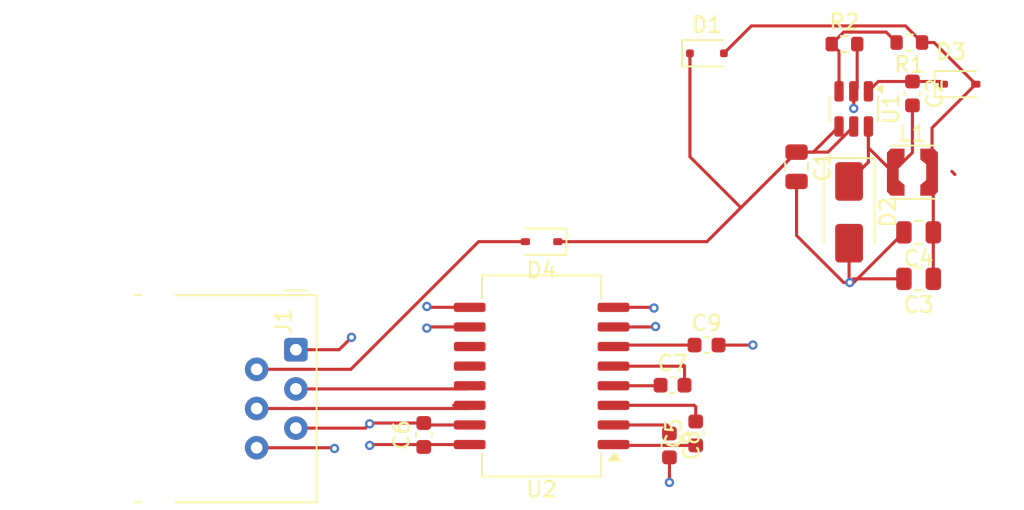
<source format=kicad_pcb>
(kicad_pcb (version 20240108) (generator "pcbnew") (generator_version "8.0")
  (layers (0 "F.Cu" signal) (31 "B.Cu" signal) (34 "B.Paste" user) (35 "F.Paste" user) (36 "B.SilkS" user "B.Silkscreen") (37 "F.SilkS" user "F.Silkscreen") (38 "B.Mask" user) (39 "F.Mask" user) (44 "Edge.Cuts" user))
  (net 0 "")
  (net 1 "GND")
  (net 2 "+V")
  (net 3 "Net-(D2-K)")
  (net 4 "Net-(D3-K)")
  (net 5 "+3V3")
  (net 6 "Net-(U1-Vfb)")
  (net 7 "Net-(U2-C1-)")
  (net 8 "Net-(U2-C1+)")
  (net 9 "+3.3V")
  (net 10 "Net-(U2-C2+)")
  (net 11 "Net-(U2-C2-)")
  (net 12 "Net-(U2-VS+)")
  (net 13 "Net-(U2-VS-)")
  (net 14 "Net-(D4-A)")
  (net 15 "Net-(U2-T1OUT)")
  (net 16 "Net-(U2-R1IN)")
  (net 17 "BOOT0")
  (net 18 "RST")
  (net 19 "RDR_RXD")
  (net 20 "RDR_TXD {slash} SWDID")
  (footprint "Capacitor_SMD:C_0603_1608Metric" (layer "F.Cu") (at 116.275 87.3 -90)
    (property "Reference" "C8" (at 0 -1.43 90) (layer "F.SilkS"))
    (property "Value" "0.1 µF")
    (fp_line (start -0.14058 0.51) (end 0.14058 0.51) (stroke (width 0.12)) (layer "F.SilkS"))
    (fp_line (start -0.14058 -0.51) (end 0.14058 -0.51) (stroke (width 0.12)) (layer "F.SilkS"))
    (pad "1" smd roundrect (at -0.775 0 270) (size 0.9 0.95) (layers "F.Cu" "F.Paste" "F.Mask") (net 12 "Net-(U2-VS+)"))
    (pad "2" smd roundrect (at 0.775 0 270) (size 0.9 0.95) (layers "F.Cu" "F.Paste" "F.Mask") (net 1 "GND"))
  )
  (footprint "Package_SO:SOIC-16W_7.5x12.8mm_P1.27mm" (layer "F.Cu") (at 108 82.8 180)
    (property "Reference" "U2" (at 0 -7.35 180) (layer "F.SilkS"))
    (property "Value" "MAX3232")
    (fp_line (start 3.86 6.51) (end 3.86 5.005) (stroke (width 0.12)) (layer "F.SilkS"))
    (fp_line (start 3.86 -6.51) (end 3.86 -5.005) (stroke (width 0.12)) (layer "F.SilkS"))
    (fp_line (start 0 6.51) (end 3.86 6.51) (stroke (width 0.12)) (layer "F.SilkS"))
    (fp_line (start 0 6.51) (end -3.86 6.51) (stroke (width 0.12)) (layer "F.SilkS"))
    (fp_line (start 0 -6.51) (end 3.86 -6.51) (stroke (width 0.12)) (layer "F.SilkS"))
    (fp_line (start 0 -6.51) (end -3.86 -6.51) (stroke (width 0.12)) (layer "F.SilkS"))
    (fp_line (start -3.86 6.51) (end -3.86 5.005) (stroke (width 0.12)) (layer "F.SilkS"))
    (fp_line (start -3.86 -6.51) (end -3.86 -5.005) (stroke (width 0.12)) (layer "F.SilkS"))
    (fp_poly (pts (xy -4.7125 -5.005) (xy -5.0525 -5.475) (xy -4.3725 -5.475) (xy -4.7125 -5.005)) (stroke (width 0.12)) (fill solid) (layer "F.SilkS"))
    (pad "1" smd roundrect (at -4.65 -4.445 180) (size 2.05 0.6) (layers "F.Cu" "F.Paste" "F.Mask") (net 8 "Net-(U2-C1+)"))
    (pad "2" smd roundrect (at -4.65 -3.175 180) (size 2.05 0.6) (layers "F.Cu" "F.Paste" "F.Mask") (net 12 "Net-(U2-VS+)"))
    (pad "3" smd roundrect (at -4.65 -1.905 180) (size 2.05 0.6) (layers "F.Cu" "F.Paste" "F.Mask") (net 7 "Net-(U2-C1-)"))
    (pad "4" smd roundrect (at -4.65 -0.635 180) (size 2.05 0.6) (layers "F.Cu" "F.Paste" "F.Mask") (net 10 "Net-(U2-C2+)"))
    (pad "5" smd roundrect (at -4.65 0.635 180) (size 2.05 0.6) (layers "F.Cu" "F.Paste" "F.Mask") (net 11 "Net-(U2-C2-)"))
    (pad "6" smd roundrect (at -4.65 1.905 180) (size 2.05 0.6) (layers "F.Cu" "F.Paste" "F.Mask") (net 13 "Net-(U2-VS-)"))
    (pad "7" smd roundrect (at -4.65 3.175 180) (size 2.05 0.6) (layers "F.Cu" "F.Paste" "F.Mask") (net 1 "GND"))
    (pad "8" smd roundrect (at -4.65 4.445 180) (size 2.05 0.6) (layers "F.Cu" "F.Paste" "F.Mask") (net 1 "GND"))
    (pad "9" smd roundrect (at 4.65 4.445 180) (size 2.05 0.6) (layers "F.Cu" "F.Paste" "F.Mask") (net 1 "GND"))
    (pad "10" smd roundrect (at 4.65 3.175 180) (size 2.05 0.6) (layers "F.Cu" "F.Paste" "F.Mask") (net 1 "GND"))
    (pad "11" smd roundrect (at 4.65 1.905 180) (size 2.05 0.6) (layers "F.Cu" "F.Paste" "F.Mask") (net 20 "RDR_TXD {slash} SWDID"))
    (pad "12" smd roundrect (at 4.65 0.635 180) (size 2.05 0.6) (layers "F.Cu" "F.Paste" "F.Mask") (net 19 "RDR_RXD"))
    (pad "13" smd roundrect (at 4.65 -0.635 180) (size 2.05 0.6) (layers "F.Cu" "F.Paste" "F.Mask") (net 16 "Net-(U2-R1IN)"))
    (pad "14" smd roundrect (at 4.65 -1.905 180) (size 2.05 0.6) (layers "F.Cu" "F.Paste" "F.Mask") (net 15 "Net-(U2-T1OUT)"))
    (pad "15" smd roundrect (at 4.65 -3.175 180) (size 2.05 0.6) (layers "F.Cu" "F.Paste" "F.Mask") (net 1 "GND"))
    (pad "16" smd roundrect (at 4.65 -4.445 180) (size 2.05 0.6) (layers "F.Cu" "F.Paste" "F.Mask") (net 9 "+3.3V"))
  )
  (footprint "Capacitor_SMD:C_0603_1608Metric" (layer "F.Cu") (at 118.675 80.8)
    (property "Reference" "C9" (at 0 -1.43 0) (layer "F.SilkS"))
    (property "Value" "0.1 µF")
    (fp_line (start -0.14058 -0.51) (end 0.14058 -0.51) (stroke (width 0.12)) (layer "F.SilkS"))
    (fp_line (start -0.14058 0.51) (end 0.14058 0.51) (stroke (width 0.12)) (layer "F.SilkS"))
    (pad "1" smd roundrect (at -0.775 0) (size 0.9 0.95) (layers "F.Cu" "F.Paste" "F.Mask") (net 13 "Net-(U2-VS-)"))
    (pad "2" smd roundrect (at 0.775 0) (size 0.9 0.95) (layers "F.Cu" "F.Paste" "F.Mask") (net 1 "GND"))
  )
  (footprint "Capacitor_SMD:C_0603_1608Metric" (layer "F.Cu") (at 100.375 86.625 90)
    (property "Reference" "C6" (at 0 -1.43 -90) (layer "F.SilkS"))
    (property "Value" "0.1 µF")
    (fp_line (start -0.14058 -0.51) (end 0.14058 -0.51) (stroke (width 0.12)) (layer "F.SilkS"))
    (fp_line (start -0.14058 0.51) (end 0.14058 0.51) (stroke (width 0.12)) (layer "F.SilkS"))
    (pad "1" smd roundrect (at -0.775 0 90) (size 0.9 0.95) (layers "F.Cu" "F.Paste" "F.Mask") (net 9 "+3.3V"))
    (pad "2" smd roundrect (at 0.775 0 90) (size 0.9 0.95) (layers "F.Cu" "F.Paste" "F.Mask") (net 1 "GND"))
  )
  (footprint "Resistor_SMD:R_0603_1608Metric" (layer "F.Cu") (at 131.8 61.2 180)
    (property "Reference" "R1" (at 0 -1.43 180) (layer "F.SilkS"))
    (property "Value" "75 kΩ")
    (fp_line (start -0.237258 0.5225) (end 0.237258 0.5225) (stroke (width 0.12)) (layer "F.SilkS"))
    (fp_line (start -0.237258 -0.5225) (end 0.237258 -0.5225) (stroke (width 0.12)) (layer "F.SilkS"))
    (pad "1" smd roundrect (at -0.825 0 180) (size 0.8 0.95) (layers "F.Cu" "F.Paste" "F.Mask") (net 5 "+3V3"))
    (pad "2" smd roundrect (at 0.825 0 180) (size 0.8 0.95) (layers "F.Cu" "F.Paste" "F.Mask") (net 6 "Net-(U1-Vfb)"))
  )
  (footprint "Capacitor_SMD:C_0603_1608Metric" (layer "F.Cu") (at 117.975 86.525 90)
    (property "Reference" "C5" (at 0 -1.43 -90) (layer "F.SilkS"))
    (property "Value" "0.1 µF")
    (fp_line (start -0.14058 -0.51) (end 0.14058 -0.51) (stroke (width 0.12)) (layer "F.SilkS"))
    (fp_line (start -0.14058 0.51) (end 0.14058 0.51) (stroke (width 0.12)) (layer "F.SilkS"))
    (pad "1" smd roundrect (at -0.775 0 90) (size 0.9 0.95) (layers "F.Cu" "F.Paste" "F.Mask") (net 8 "Net-(U2-C1+)"))
    (pad "2" smd roundrect (at 0.775 0 90) (size 0.9 0.95) (layers "F.Cu" "F.Paste" "F.Mask") (net 7 "Net-(U2-C1-)"))
  )
  (footprint "Connector_RJ:RJ12_Amphenol_54601-x06_Horizontal" (layer "F.Cu") (at 92.1 81.1 -90)
    (property "Reference" "J1" (at -1.82 0.8 90) (layer "F.SilkS"))
    (property "Value" "6P6C")
    (fp_line (start -3.53 10.45) (end -3.53 9.99) (stroke (width 0.12)) (layer "F.SilkS"))
    (fp_line (start 9.89 10.45) (end 9.89 9.99) (stroke (width 0.12)) (layer "F.SilkS"))
    (fp_line (start -3.53 7.79) (end -3.53 -1.34) (stroke (width 0.12)) (layer "F.SilkS"))
    (fp_line (start -3.84 0.77) (end -3.84 -0.76) (stroke (width 0.12)) (layer "F.SilkS"))
    (fp_line (start -3.53 -1.34) (end 9.89 -1.34) (stroke (width 0.12)) (layer "F.SilkS"))
    (fp_line (start 9.89 -1.34) (end 9.89 7.79) (stroke (width 0.12)) (layer "F.SilkS"))
    (pad "" np_thru_hole circle (at -1.9 8.89 270) (size 3.25 3.25) (drill 3.25) (layers "*.Cu" "*.Mask"))
    (pad "" np_thru_hole circle (at 8.26 8.89 270) (size 3.25 3.25) (drill 3.25) (layers "*.Cu" "*.Mask"))
    (pad "1" thru_hole roundrect (at 0 0 270) (size 1.52 1.52) (drill 0.76) (layers "*.Cu" "*.Mask") (roundrect_rratio 0.1644736842) (net 18 "RST"))
    (pad "2" thru_hole circle (at 1.27 2.54 270) (size 1.52 1.52) (drill 0.76) (layers "*.Cu" "*.Mask") (net 14 "Net-(D4-A)"))
    (pad "3" thru_hole circle (at 2.54 0 270) (size 1.52 1.52) (drill 0.76) (layers "*.Cu" "*.Mask") (net 16 "Net-(U2-R1IN)"))
    (pad "4" thru_hole circle (at 3.81 2.54 270) (size 1.52 1.52) (drill 0.76) (layers "*.Cu" "*.Mask") (net 15 "Net-(U2-T1OUT)"))
    (pad "5" thru_hole circle (at 5.08 0 270) (size 1.52 1.52) (drill 0.76) (layers "*.Cu" "*.Mask") (net 1 "GND"))
    (pad "6" thru_hole circle (at 6.35 2.54 270) (size 1.52 1.52) (drill 0.76) (layers "*.Cu" "*.Mask") (net 17 "BOOT0"))
  )
  (footprint "Diode_SMD:D_SMA" (layer "F.Cu") (at 127.9 72.2 -90)
    (property "Reference" "D2" (at 0 -2.5 90) (layer "F.SilkS"))
    (property "Value" "B140-E3")
    (fp_line (start -3.51 1.65) (end 2 1.65) (stroke (width 0.12)) (layer "F.SilkS"))
    (fp_line (start -3.51 -1.65) (end -3.51 1.65) (stroke (width 0.12)) (layer "F.SilkS"))
    (fp_line (start -3.51 -1.65) (end 2 -1.65) (stroke (width 0.12)) (layer "F.SilkS"))
    (pad "1" smd roundrect (at -2 0 270) (size 2.5 1.8) (layers "F.Cu" "F.Paste" "F.Mask") (roundrect_rratio 0.1388888889) (net 3 "Net-(D2-K)"))
    (pad "2" smd roundrect (at 2 0 270) (size 2.5 1.8) (layers "F.Cu" "F.Paste" "F.Mask") (roundrect_rratio 0.1388888889) (net 1 "GND"))
  )
  (footprint "Capacitor_SMD:C_0603_1608Metric" (layer "F.Cu") (at 132 64.5 -90)
    (property "Reference" "C2" (at 0 -1.43 90) (layer "F.SilkS"))
    (property "Value" "100 nF")
    (fp_line (start -0.14058 0.51) (end 0.14058 0.51) (stroke (width 0.12)) (layer "F.SilkS"))
    (fp_line (start -0.14058 -0.51) (end 0.14058 -0.51) (stroke (width 0.12)) (layer "F.SilkS"))
    (pad "1" smd roundrect (at -0.775 0 270) (size 0.9 0.95) (layers "F.Cu" "F.Paste" "F.Mask") (net 4 "Net-(D3-K)"))
    (pad "2" smd roundrect (at 0.775 0 270) (size 0.9 0.95) (layers "F.Cu" "F.Paste" "F.Mask") (net 3 "Net-(D2-K)"))
  )
  (footprint "Diode_SMD:D_SOD-323" (layer "F.Cu") (at 108 74.1 180)
    (property "Reference" "D4" (at 0 -1.85 180) (layer "F.SilkS"))
    (property "Value" "BAT60A")
    (fp_line (start -1.61 0.85) (end 1.05 0.85) (stroke (width 0.12)) (layer "F.SilkS"))
    (fp_line (start -1.61 -0.85) (end 1.05 -0.85) (stroke (width 0.12)) (layer "F.SilkS"))
    (fp_line (start -1.61 -0.85) (end -1.61 0.85) (stroke (width 0.12)) (layer "F.SilkS"))
    (pad "1" smd roundrect (at -1.05 0 180) (size 0.6 0.45) (layers "F.Cu" "F.Paste" "F.Mask") (net 2 "+V"))
    (pad "2" smd roundrect (at 1.05 0 180) (size 0.6 0.45) (layers "F.Cu" "F.Paste" "F.Mask") (net 14 "Net-(D4-A)"))
  )
  (footprint "Diode_SMD:D_SOD-323" (layer "F.Cu") (at 135.05 63.9)
    (property "Reference" "D3" (at -0.55 -2.1 0) (layer "F.SilkS"))
    (property "Value" "1N4148WS")
    (fp_line (start -1.61 -0.85) (end -1.61 0.85) (stroke (width 0.12)) (layer "F.SilkS"))
    (fp_line (start -1.61 -0.85) (end 1.05 -0.85) (stroke (width 0.12)) (layer "F.SilkS"))
    (fp_line (start -1.61 0.85) (end 1.05 0.85) (stroke (width 0.12)) (layer "F.SilkS"))
    (pad "1" smd roundrect (at -1.05 0) (size 0.6 0.45) (layers "F.Cu" "F.Paste" "F.Mask") (net 4 "Net-(D3-K)"))
    (pad "2" smd roundrect (at 1.05 0) (size 0.6 0.45) (layers "F.Cu" "F.Paste" "F.Mask") (net 5 "+3V3"))
  )
  (footprint "Capacitor_SMD:C_0805_2012Metric" (layer "F.Cu") (at 132.4 76.51 180)
    (property "Reference" "C3" (at 0 -1.68 180) (layer "F.SilkS"))
    (property "Value" "10 µF")
    (fp_line (start -0.261252 0.735) (end 0.261252 0.735) (stroke (width 0.12)) (layer "F.SilkS"))
    (fp_line (start -0.261252 -0.735) (end 0.261252 -0.735) (stroke (width 0.12)) (layer "F.SilkS"))
    (pad "1" smd roundrect (at -0.95 0 180) (size 1 1.45) (layers "F.Cu" "F.Paste" "F.Mask") (net 5 "+3V3"))
    (pad "2" smd roundrect (at 0.95 0 180) (size 1 1.45) (layers "F.Cu" "F.Paste" "F.Mask") (net 1 "GND"))
  )
  (footprint "Package_TO_SOT_SMD:SOT-23-6" (layer "F.Cu") (at 128.2 65.5 -90)
    (property "Reference" "U1" (at 0 -2.4 90) (layer "F.SilkS"))
    (property "Value" "MCP16301Hx-xCH")
    (fp_line (start 0 1.56) (end -0.8 1.56) (stroke (width 0.12)) (layer "F.SilkS"))
    (fp_line (start 0 1.56) (end 0.8 1.56) (stroke (width 0.12)) (layer "F.SilkS"))
    (fp_line (start 0 -1.56) (end -0.8 -1.56) (stroke (width 0.12)) (layer "F.SilkS"))
    (fp_line (start 0 -1.56) (end 0.8 -1.56) (stroke (width 0.12)) (layer "F.SilkS"))
    (fp_poly (pts (xy -1.3 -1.51) (xy -1.54 -1.84) (xy -1.06 -1.84) (xy -1.3 -1.51)) (stroke (width 0.12)) (fill solid) (layer "F.SilkS"))
    (pad "1" smd roundrect (at -1.1375 -0.95 270) (size 1.325 0.6) (layers "F.Cu" "F.Paste" "F.Mask") (net 4 "Net-(D3-K)"))
    (pad "2" smd roundrect (at -1.1375 0 270) (size 1.325 0.6) (layers "F.Cu" "F.Paste" "F.Mask") (net 1 "GND"))
    (pad "3" smd roundrect (at -1.1375 0.95 270) (size 1.325 0.6) (layers "F.Cu" "F.Paste" "F.Mask") (net 6 "Net-(U1-Vfb)"))
    (pad "4" smd roundrect (at 1.1375 0.95 270) (size 1.325 0.6) (layers "F.Cu" "F.Paste" "F.Mask") (net 2 "+V"))
    (pad "5" smd roundrect (at 1.1375 0 270) (size 1.325 0.6) (layers "F.Cu" "F.Paste" "F.Mask") (net 2 "+V"))
    (pad "6" smd roundrect (at 1.1375 -0.95 270) (size 1.325 0.6) (layers "F.Cu" "F.Paste" "F.Mask") (net 3 "Net-(D2-K)"))
  )
  (footprint "Capacitor_SMD:C_0805_2012Metric" (layer "F.Cu") (at 124.5 69.25 -90)
    (property "Reference" "C1" (at 0 -1.68 90) (layer "F.SilkS"))
    (property "Value" "10 µF ")
    (fp_line (start -0.261252 0.735) (end 0.261252 0.735) (stroke (width 0.12)) (layer "F.SilkS"))
    (fp_line (start -0.261252 -0.735) (end 0.261252 -0.735) (stroke (width 0.12)) (layer "F.SilkS"))
    (pad "1" smd roundrect (at -0.95 0 270) (size 1 1.45) (layers "F.Cu" "F.Paste" "F.Mask") (net 2 "+V"))
    (pad "2" smd roundrect (at 0.95 0 270) (size 1 1.45) (layers "F.Cu" "F.Paste" "F.Mask") (net 1 "GND"))
  )
  (footprint "Resistor_SMD:R_0603_1608Metric" (layer "F.Cu") (at 127.6 61.3)
    (property "Reference" "R2" (at 0 -1.43 0) (layer "F.SilkS"))
    (property "Value" " 24kΩ")
    (fp_line (start -0.237258 -0.5225) (end 0.237258 -0.5225) (stroke (width 0.12)) (layer "F.SilkS"))
    (fp_line (start -0.237258 0.5225) (end 0.237258 0.5225) (stroke (width 0.12)) (layer "F.SilkS"))
    (pad "1" smd roundrect (at -0.825 0) (size 0.8 0.95) (layers "F.Cu" "F.Paste" "F.Mask") (net 6 "Net-(U1-Vfb)"))
    (pad "2" smd roundrect (at 0.825 0) (size 0.8 0.95) (layers "F.Cu" "F.Paste" "F.Mask") (net 1 "GND"))
  )
  (footprint "Capacitor_SMD:C_0603_1608Metric" (layer "F.Cu") (at 116.475 83.4)
    (property "Reference" "C7" (at 0 -1.43 0) (layer "F.SilkS"))
    (property "Value" "0.1 µF")
    (fp_line (start -0.14058 -0.51) (end 0.14058 -0.51) (stroke (width 0.12)) (layer "F.SilkS"))
    (fp_line (start -0.14058 0.51) (end 0.14058 0.51) (stroke (width 0.12)) (layer "F.SilkS"))
    (pad "1" smd roundrect (at -0.775 0) (size 0.9 0.95) (layers "F.Cu" "F.Paste" "F.Mask") (net 10 "Net-(U2-C2+)"))
    (pad "2" smd roundrect (at 0.775 0) (size 0.9 0.95) (layers "F.Cu" "F.Paste" "F.Mask") (net 11 "Net-(U2-C2-)"))
  )
  (footprint "Inductor_SMD:L_Coilcraft_LPS3010" (layer "F.Cu") (at 132 69.6)
    (property "Reference" "L1" (at 0 -2.5 0) (layer "F.SilkS"))
    (property "Value" "15 µH ")
    (fp_line (start -1.475 -1.725) (end 1.475 -1.725) (stroke (width 0.12)) (layer "F.SilkS"))
    (fp_line (start -1.475 1.725) (end 1.475 1.725) (stroke (width 0.12)) (layer "F.SilkS"))
    (pad "1" smd custom (at -1.27 0) (size 0.76 2.54) (layers "F.Cu" "F.Paste" "F.Mask") (net 3 "Net-(D2-K)") (options (clearance outline) (anchor rect)) (primitives (gr_poly (pts (xy 0.76 -0.825) (xy 0.38 -0.51) (xy 0.38 0.51) (xy 0.76 0.825) (xy 0.76 1.525) (xy -0.125 1.525) (xy -0.38 1.27) (xy -0.38 -1.27) (xy -0.125 -1.525) (xy 0.76 -1.525)) (width 0) (fill yes))))
    (pad "2" smd custom (at 1.27 0 180) (size 0.76 2.54) (layers "F.Cu" "F.Paste" "F.Mask") (net 5 "+3V3") (options (clearance outline) (anchor rect)) (primitives (gr_poly (pts (xy 0.76 -0.825) (xy 0.38 -0.51) (xy 0.38 0.51) (xy 0.76 0.825) (xy 0.76 1.525) (xy -0.125 1.525) (xy -0.38 1.27) (xy -0.38 -1.27) (xy -0.125 -1.525) (xy 0.76 -1.525)) (width 0) (fill yes))))
  )
  (footprint "Capacitor_SMD:C_0805_2012Metric" (layer "F.Cu") (at 132.4 73.5 180)
    (property "Reference" "C4" (at 0 -1.68 180) (layer "F.SilkS"))
    (property "Value" "10 µF")
    (fp_line (start -0.261252 0.735) (end 0.261252 0.735) (stroke (width 0.12)) (layer "F.SilkS"))
    (fp_line (start -0.261252 -0.735) (end 0.261252 -0.735) (stroke (width 0.12)) (layer "F.SilkS"))
    (pad "1" smd roundrect (at -0.95 0 180) (size 1 1.45) (layers "F.Cu" "F.Paste" "F.Mask") (net 5 "+3V3"))
    (pad "2" smd roundrect (at 0.95 0 180) (size 1 1.45) (layers "F.Cu" "F.Paste" "F.Mask") (net 1 "GND"))
  )
  (footprint "Diode_SMD:D_SOD-323F" (layer "F.Cu") (at 118.7 61.9)
    (property "Reference" "D1" (at 0 -1.85 0) (layer "F.SilkS"))
    (property "Value" "BAT54J")
    (fp_line (start -1.61 -0.85) (end -1.61 0.85) (stroke (width 0.12)) (layer "F.SilkS"))
    (fp_line (start -1.61 -0.85) (end 1.05 -0.85) (stroke (width 0.12)) (layer "F.SilkS"))
    (fp_line (start -1.61 0.85) (end 1.05 0.85) (stroke (width 0.12)) (layer "F.SilkS"))
    (pad "1" smd roundrect (at -1.1 0) (size 0.5 0.5) (layers "F.Cu" "F.Paste" "F.Mask") (net 2 "+V"))
    (pad "2" smd roundrect (at 1.1 0) (size 0.5 0.5) (layers "F.Cu" "F.Paste" "F.Mask") (net 5 "+3V3"))
  )
  (segment (start 134.55 69.55) (end 134.75 69.75) (width 0.2) (layer "F.Cu") (net 0))
  (segment (start 92.1 86.18) (end 96.595 86.18) (width 0.2) (layer "F.Cu") (net 1))
  (segment (start 121.775 80.8) (end 121.675 80.8) (width 0.2) (layer "F.Cu") (net 1))
  (segment (start 128.19 76.51) (end 127.95 76.75) (width 0.2) (layer "F.Cu") (net 1))
  (segment (start 124.5 70.2) (end 124.5 73.7) (width 0.2) (layer "F.Cu") (net 1))
  (segment (start 115.35 79.625) (end 115.375 79.6) (width 0.2) (layer "F.Cu") (net 1))
  (segment (start 112.65 79.625) (end 115.35 79.625) (width 0.2) (layer "F.Cu") (net 1))
  (segment (start 131.45 76.51) (end 128.19 76.51) (width 0.2) (layer "F.Cu") (net 1))
  (segment (start 128.425 61.3) (end 128.425 64.1375) (width 0.2) (layer "F.Cu") (net 1))
  (segment (start 112.65 78.355) (end 115.23 78.355) (width 0.2) (layer "F.Cu") (net 1))
  (segment (start 127.9 74.2) (end 127.9 76.7) (width 0.2) (layer "F.Cu") (net 1))
  (segment (start 116.275 88.075) (end 116.275 89.7) (width 0.2) (layer "F.Cu") (net 1))
  (segment (start 119.45 80.8) (end 121.675 80.8) (width 0.2) (layer "F.Cu") (net 1))
  (segment (start 96.925 85.85) (end 96.875 85.9) (width 0.2) (layer "F.Cu") (net 1))
  (segment (start 124.5 73.7) (end 127.55 76.75) (width 0.2) (layer "F.Cu") (net 1))
  (segment (start 100.375 85.85) (end 96.925 85.85) (width 0.2) (layer "F.Cu") (net 1))
  (segment (start 100.65 79.625) (end 100.575 79.7) (width 0.2) (layer "F.Cu") (net 1))
  (segment (start 115.23 78.355) (end 115.275 78.4) (width 0.2) (layer "F.Cu") (net 1))
  (segment (start 127.9 76.7) (end 127.95 76.75) (width 0.2) (layer "F.Cu") (net 1))
  (segment (start 131.45 73.5) (end 128.2 76.75) (width 0.2) (layer "F.Cu") (net 1))
  (segment (start 128 76.8) (end 127.95 76.75) (width 0.2) (layer "F.Cu") (net 1))
  (segment (start 103.35 78.355) (end 100.63 78.355) (width 0.2) (layer "F.Cu") (net 1))
  (segment (start 103.35 85.975) (end 100.5 85.975) (width 0.2) (layer "F.Cu") (net 1))
  (segment (start 96.595 86.18) (end 96.875 85.9) (width 0.2) (layer "F.Cu") (net 1))
  (segment (start 103.35 79.625) (end 100.65 79.625) (width 0.2) (layer "F.Cu") (net 1))
  (segment (start 100.5 85.975) (end 100.375 85.85) (width 0.2) (layer "F.Cu") (net 1))
  (segment (start 128.425 64.1375) (end 128.2 64.3625) (width 0.2) (layer "F.Cu") (net 1))
  (segment (start 100.63 78.355) (end 100.575 78.3) (width 0.2) (layer "F.Cu") (net 1))
  (segment (start 128.2 76.75) (end 127.95 76.75) (width 0.2) (layer "F.Cu") (net 1))
  (segment (start 128.2 64.3625) (end 128.2 65.475) (width 0.2) (layer "F.Cu") (net 1))
  (segment (start 127.55 76.75) (end 127.95 76.75) (width 0.2) (layer "F.Cu") (net 1))
  (via (at 127.95 76.75) (size 0.6) (drill 0.3) (layers "F.Cu" "B.Cu") (net 1))
  (via (at 100.575 79.7) (size 0.6) (drill 0.3) (layers "F.Cu" "B.Cu") (net 1))
  (via (at 128.2 65.475) (size 0.6) (drill 0.3) (layers "F.Cu" "B.Cu") (net 1))
  (via (at 115.375 79.6) (size 0.6) (drill 0.3) (layers "F.Cu" "B.Cu") (net 1))
  (via (at 121.675 80.8) (size 0.6) (drill 0.3) (layers "F.Cu" "B.Cu") (net 1))
  (via (at 116.275 89.7) (size 0.6) (drill 0.3) (layers "F.Cu" "B.Cu") (net 1))
  (via (at 96.875 85.9) (size 0.6) (drill 0.3) (layers "F.Cu" "B.Cu") (net 1))
  (via (at 100.575 78.3) (size 0.6) (drill 0.3) (layers "F.Cu" "B.Cu") (net 1))
  (via (at 115.275 78.4) (size 0.6) (drill 0.3) (layers "F.Cu" "B.Cu") (net 1))
  (segment (start 118.7 74.1) (end 120.9 71.9) (width 0.2) (layer "F.Cu") (net 2))
  (segment (start 117.6 68.6) (end 120.9 71.9) (width 0.2) (layer "F.Cu") (net 2))
  (segment (start 125.3 68.3) (end 125.5875 68.3) (width 0.2) (layer "F.Cu") (net 2))
  (segment (start 126.5375 68.3) (end 128.2 66.6375) (width 0.2) (layer "F.Cu") (net 2))
  (segment (start 125.5875 68.3) (end 127.25 66.6375) (width 0.2) (layer "F.Cu") (net 2))
  (segment (start 109.05 74.1) (end 118.7 74.1) (width 0.2) (layer "F.Cu") (net 2))
  (segment (start 124.5 68.3) (end 125.3 68.3) (width 0.2) (layer "F.Cu") (net 2))
  (segment (start 117.6 61.9) (end 117.6 68.6) (width 0.2) (layer "F.Cu") (net 2))
  (segment (start 125.3 68.3) (end 126.5375 68.3) (width 0.2) (layer "F.Cu") (net 2))
  (segment (start 120.9 71.9) (end 124.5 68.3) (width 0.2) (layer "F.Cu") (net 2))
  (segment (start 132 65.275) (end 132 68.33) (width 0.2) (layer "F.Cu") (net 3))
  (segment (start 129.15 68.02) (end 130.73 69.6) (width 0.2) (layer "F.Cu") (net 3))
  (segment (start 129.15 66.6375) (end 129.15 68.95) (width 0.2) (layer "F.Cu") (net 3))
  (segment (start 132 68.33) (end 130.73 69.6) (width 0.2) (layer "F.Cu") (net 3))
  (segment (start 129.15 66.6375) (end 129.15 68.02) (width 0.2) (layer "F.Cu") (net 3))
  (segment (start 129.15 68.95) (end 127.9 70.2) (width 0.2) (layer "F.Cu") (net 3))
  (segment (start 129.15 64.3625) (end 129.7875 63.725) (width 0.2) (layer "F.Cu") (net 4))
  (segment (start 133.825 63.725) (end 134 63.9) (width 0.2) (layer "F.Cu") (net 4))
  (segment (start 129.7875 63.725) (end 132 63.725) (width 0.2) (layer "F.Cu") (net 4))
  (segment (start 132 63.725) (end 133.825 63.725) (width 0.2) (layer "F.Cu") (net 4))
  (segment (start 133.35 69.68) (end 133.27 69.6) (width 0.2) (layer "F.Cu") (net 5))
  (segment (start 133.4 61.2) (end 136.1 63.9) (width 0.2) (layer "F.Cu") (net 5))
  (segment (start 131.55 60.125) (end 121.575 60.125) (width 0.2) (layer "F.Cu") (net 5))
  (segment (start 133.35 76.51) (end 133.35 73.5) (width 0.2) (layer "F.Cu") (net 5))
  (segment (start 133.27 69.6) (end 133.27 66.73) (width 0.2) (layer "F.Cu") (net 5))
  (segment (start 133.35 73.5) (end 133.35 69.68) (width 0.2) (layer "F.Cu") (net 5))
  (segment (start 133.27 66.73) (end 136.1 63.9) (width 0.2) (layer "F.Cu") (net 5))
  (segment (start 132.625 61.2) (end 133.4 61.2) (width 0.2) (layer "F.Cu") (net 5))
  (segment (start 121.575 60.125) (end 119.8 61.9) (width 0.2) (layer "F.Cu") (net 5))
  (segment (start 132.625 61.2) (end 131.55 60.125) (width 0.2) (layer "F.Cu") (net 5))
  (segment (start 127.55 60.525) (end 130.3 60.525) (width 0.2) (layer "F.Cu") (net 6))
  (segment (start 127.25 61.775) (end 126.775 61.3) (width 0.2) (layer "F.Cu") (net 6))
  (segment (start 126.775 61.3) (end 127.55 60.525) (width 0.2) (layer "F.Cu") (net 6))
  (segment (start 127.25 64.3625) (end 127.25 61.775) (width 0.2) (layer "F.Cu") (net 6))
  (segment (start 130.3 60.525) (end 130.975 61.2) (width 0.2) (layer "F.Cu") (net 6))
  (segment (start 112.65 84.705) (end 117.87 84.705) (width 0.2) (layer "F.Cu") (net 7))
  (segment (start 117.975 84.8) (end 117.975 85.75) (width 0.2) (layer "F.Cu") (net 7))
  (segment (start 117.87 84.705) (end 117.875 84.7) (width 0.2) (layer "F.Cu") (net 7))
  (segment (start 117.875 84.7) (end 117.975 84.8) (width 0.2) (layer "F.Cu") (net 7))
  (segment (start 112.705 87.3) (end 117.975 87.3) (width 0.2) (layer "F.Cu") (net 8))
  (segment (start 112.65 87.245) (end 112.705 87.3) (width 0.2) (layer "F.Cu") (net 8))
  (segment (start 96.93 87.245) (end 96.875 87.3) (width 0.2) (layer "F.Cu") (net 9))
  (segment (start 103.35 87.245) (end 96.93 87.245) (width 0.2) (layer "F.Cu") (net 9))
  (via (at 96.875 87.3) (size 0.6) (drill 0.3) (layers "F.Cu" "B.Cu") (net 9))
  (segment (start 112.65 83.435) (end 115.665 83.435) (width 0.2) (layer "F.Cu") (net 10))
  (segment (start 115.665 83.435) (end 115.7 83.4) (width 0.2) (layer "F.Cu") (net 10))
  (segment (start 117.25 83.4) (end 117.25 82.175) (width 0.2) (layer "F.Cu") (net 11))
  (segment (start 117.175 82.1) (end 117.11 82.165) (width 0.2) (layer "F.Cu") (net 11))
  (segment (start 117.11 82.165) (end 112.65 82.165) (width 0.2) (layer "F.Cu") (net 11))
  (segment (start 117.25 82.175) (end 117.175 82.1) (width 0.2) (layer "F.Cu") (net 11))
  (segment (start 112.65 85.975) (end 116.1 85.975) (width 0.2) (layer "F.Cu") (net 12))
  (segment (start 116.275 86.15) (end 116.275 86.525) (width 0.2) (layer "F.Cu") (net 12))
  (segment (start 116.1 85.975) (end 116.275 86.15) (width 0.2) (layer "F.Cu") (net 12))
  (segment (start 116.1 86.35) (end 116.275 86.525) (width 0.2) (layer "F.Cu") (net 12))
  (segment (start 112.745 80.8) (end 112.65 80.895) (width 0.2) (layer "F.Cu") (net 13))
  (segment (start 117.9 80.8) (end 112.745 80.8) (width 0.2) (layer "F.Cu") (net 13))
  (segment (start 95.65647 82.37) (end 97.013235 81.013235) (width 0.2) (layer "F.Cu") (net 14))
  (segment (start 96.936471 81.09) (end 97.013235 81.013235) (width 0.2) (layer "F.Cu") (net 14))
  (segment (start 103.926471 74.1) (end 106.95 74.1) (width 0.2) (layer "F.Cu") (net 14))
  (segment (start 97.013235 81.013235) (end 103.926471 74.1) (width 0.2) (layer "F.Cu") (net 14))
  (segment (start 89.56 82.37) (end 95.65647 82.37) (width 0.2) (layer "F.Cu") (net 14))
  (segment (start 102.305 84.705) (end 103.35 84.705) (width 0.2) (layer "F.Cu") (net 15))
  (segment (start 89.56 84.91) (end 103.145 84.91) (width 0.2) (layer "F.Cu") (net 15))
  (segment (start 103.145 84.91) (end 103.35 84.705) (width 0.2) (layer "F.Cu") (net 15))
  (segment (start 92.1 83.64) (end 103.145 83.64) (width 0.2) (layer "F.Cu") (net 16))
  (segment (start 103.145 83.64) (end 103.35 83.435) (width 0.2) (layer "F.Cu") (net 16))
  (segment (start 89.56 87.45) (end 94.55 87.45) (width 0.2) (layer "F.Cu") (net 17))
  (segment (start 94.55 87.45) (end 94.6 87.5) (width 0.2) (layer "F.Cu") (net 17))
  (via (at 94.6 87.5) (size 0.6) (drill 0.3) (layers "F.Cu" "B.Cu") (net 17))
  (segment (start 92.1 81.1) (end 94.9 81.1) (width 0.2) (layer "F.Cu") (net 18))
  (segment (start 94.9 81.1) (end 95.7 80.3) (width 0.2) (layer "F.Cu") (net 18))
  (via (at 95.7 80.3) (size 0.6) (drill 0.3) (layers "F.Cu" "B.Cu") (net 18))
)
</source>
